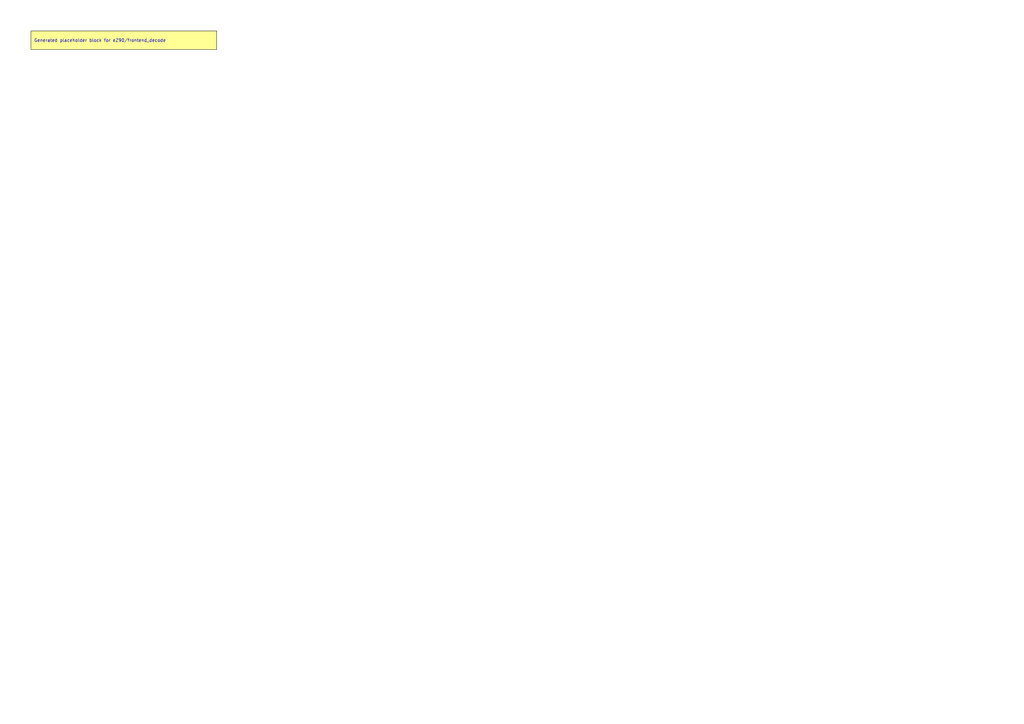
<source format=kicad_sch>
(kicad_sch
	(version 20250114)
	(generator "kicadgen")
	(generator_version "0.1")
	(uuid "ae9bf571-4711-579d-8db8-c23a6221a3b2")
	(paper "A3")
	(title_block
		(title "eZ90::frontend_decode")
		(company "Project Carbon")
		(comment 1 "Generated - do not edit in generated/")
		(comment 2 "Edit in schem/kicad9/manual/ or refine mapping specs")
	)
	(lib_symbols)
	(text_box
		"Generated placeholder block for eZ90/frontend_decode"
		(exclude_from_sim no)
		(at
			12.7
			12.7
			0
		)
		(size 76.2 7.62)
		(margins
			1.27
			1.27
			1.27
			1.27
		)
		(stroke
			(width 0)
			(type default)
			(color
				0
				0
				0
				1
			)
		)
		(fill
			(type color)
			(color
				255
				255
				150
				1
			)
		)
		(effects
			(font
				(size 1.27 1.27)
			)
			(justify left)
		)
		(uuid "798875cd-7896-52f5-8248-0817703b2f99")
	)
	(sheet_instances
		(path
			"/"
			(page "1")
		)
	)
	(embedded_fonts no)
)

</source>
